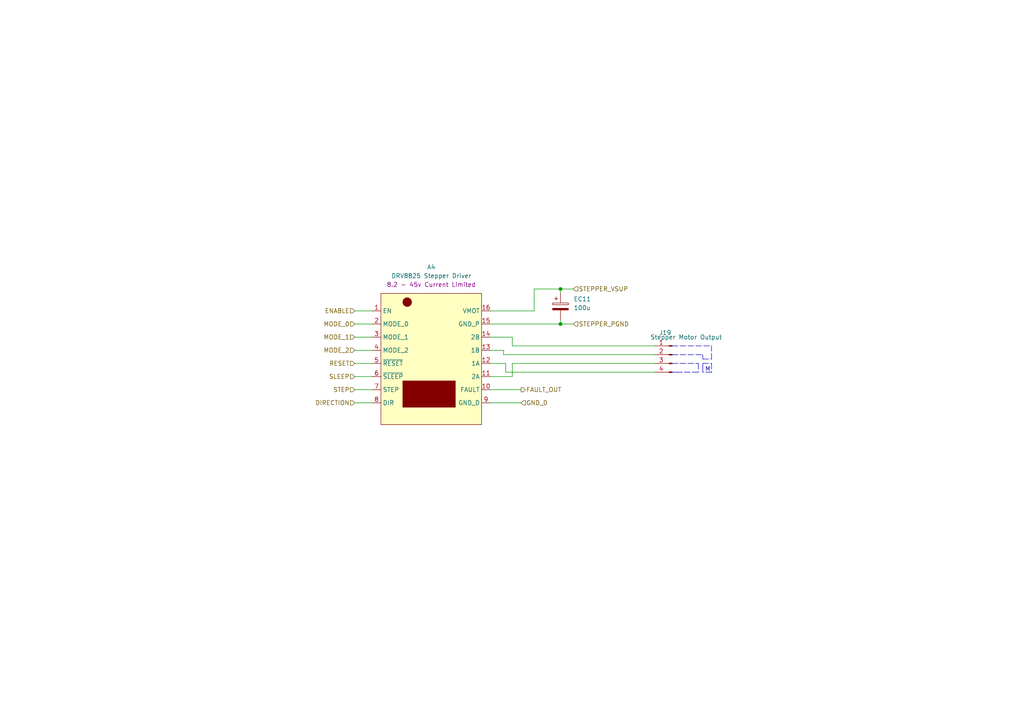
<source format=kicad_sch>
(kicad_sch (version 20211123) (generator eeschema)
  (paper "A4")
  (lib_symbols
    (symbol "000_Capacitor_Electrolytic_Immo:100u" (pin_numbers hide) (pin_names (offset 0.254))
      (property "Reference" "EC" (at 0.635 2.54 0))
      (property "Value" "100u" (at 0.635 -2.54 0))
      (symbol "100u_0_1"
        (rectangle (start -2.286 0.508) (end 2.286 1.016))
        (polyline (pts (xy -1.778 2.286) (xy -0.762 2.286)))
        (polyline (pts (xy -1.27 2.794) (xy -1.27 1.778)))
        (rectangle (start 2.286 -0.508) (end -2.286 -1.016) (fill (type outline)))
      )
      (symbol "100u_1_1"
        (pin passive line (at 0 3.81 270) (length 2.794) (name "~") (number "1"))
        (pin passive line (at 0 -3.81 90) (length 2.794) (name "~") (number "2"))
      )
    )
    (symbol "000_Connectors_Immo:4_pin_JST_XH_male" (pin_names (offset 1.016) hide)
      (property "Reference" "J" (at 0 5.08 0))
      (property "Value" "4_pin_JST_XH_male" (at 0 -7.62 0))
      (symbol "4_pin_JST_XH_male_1_1"
        (polyline (pts (xy 1.27 -5.08) (xy 0.8636 -5.08)) (stroke (width 0.1524)))
        (polyline (pts (xy 1.27 -2.54) (xy 0.8636 -2.54)) (stroke (width 0.1524)))
        (polyline (pts (xy 1.27 0) (xy 0.8636 0)) (stroke (width 0.1524)))
        (polyline (pts (xy 1.27 2.54) (xy 0.8636 2.54)) (stroke (width 0.1524)))
        (rectangle (start 0.8636 -4.953) (end 0 -5.207) (stroke (width 0.1524)) (fill (type outline)))
        (rectangle (start 0.8636 -2.413) (end 0 -2.667) (stroke (width 0.1524)) (fill (type outline)))
        (rectangle (start 0.8636 0.127) (end 0 -0.127) (stroke (width 0.1524)) (fill (type outline)))
        (rectangle (start 0.8636 2.667) (end 0 2.413) (stroke (width 0.1524)) (fill (type outline)))
        (pin passive line (at 5.08 2.54 180) (length 3.81) (name "Pin_1") (number "1"))
        (pin passive line (at 5.08 0 180) (length 3.81) (name "Pin_2") (number "2"))
        (pin passive line (at 5.08 -2.54 180) (length 3.81) (name "Pin_3") (number "3"))
        (pin passive line (at 5.08 -5.08 180) (length 3.81) (name "Pin_4") (number "4"))
      )
    )
    (symbol "000_Modules_Immo:DRV8825 High Current Stepper Motor Driver Module"
      (property "Reference" "A" (at -12.7 31.75 0))
      (property "Value" "DRV8825 High Current Stepper Motor Driver Module" (at -16.51 30.48 0))
      (property "Notes" "8.2 - 45v Current Limited" (at 0 -17.78 0))
      (symbol "DRV8825 High Current Stepper Motor Driver Module_0_1"
        (rectangle (start -15.24 17.78) (end 13.97 -20.32) (fill (type background)))
        (rectangle (start -8.89 -7.62) (end 6.35 -15.24) (fill (type outline)))
        (circle (center -7.62 15.24) (radius 1.27) (fill (type outline)))
      )
      (symbol "DRV8825 High Current Stepper Motor Driver Module_1_1"
        (pin passive line (at -17.78 12.7 0) (length 2.54) (name "EN") (number "1"))
        (pin output line (at 16.51 -10.16 180) (length 2.54) (name "FAULT") (number "10"))
        (pin output line (at 16.51 -6.35 180) (length 2.54) (name "2A") (number "11"))
        (pin output line (at 16.51 -2.54 180) (length 2.54) (name "1A") (number "12"))
        (pin output line (at 16.51 1.27 180) (length 2.54) (name "1B") (number "13"))
        (pin output line (at 16.51 5.08 180) (length 2.54) (name "2B") (number "14"))
        (pin power_in line (at 16.51 8.89 180) (length 2.54) (name "GND_P") (number "15"))
        (pin power_in line (at 16.51 12.7 180) (length 2.54) (name "VMOT") (number "16"))
        (pin passive line (at -17.78 8.89 0) (length 2.54) (name "MODE_0") (number "2"))
        (pin passive line (at -17.78 5.08 0) (length 2.54) (name "MODE_1") (number "3"))
        (pin passive line (at -17.78 1.27 0) (length 2.54) (name "MODE_2") (number "4"))
        (pin input line (at -17.78 -2.54 0) (length 2.54) (name "~{RESET}") (number "5"))
        (pin input line (at -17.78 -6.35 0) (length 2.54) (name "~{SLEEP}") (number "6"))
        (pin input line (at -17.78 -10.16 0) (length 2.54) (name "STEP") (number "7"))
        (pin input line (at -17.78 -13.97 0) (length 2.54) (name "DIR") (number "8"))
        (pin power_out line (at 16.51 -13.97 180) (length 2.54) (name "GND_D") (number "9"))
      )
    )
  )
  (junction (at 162.56 93.98))
  (junction (at 162.56 83.82))
  (wire (pts (xy 154.94 83.82) (xy 162.56 83.82)))
  (wire (pts (xy 142.24 93.98) (xy 162.56 93.98)))
  (wire (pts (xy 102.87 116.84) (xy 107.95 116.84)))
  (wire (pts (xy 162.56 83.82) (xy 162.56 85.09)))
  (wire (pts (xy 102.87 97.79) (xy 107.95 97.79)))
  (polyline (pts (xy 203.835 104.14) (xy 206.375 104.14)))
  (wire (pts (xy 102.87 105.41) (xy 107.95 105.41)))
  (wire (pts (xy 148.59 100.33) (xy 189.865 100.33)))
  (wire (pts (xy 102.87 109.22) (xy 107.95 109.22)))
  (polyline (pts (xy 203.835 106.68) (xy 203.835 105.41)))
  (polyline (pts (xy 196.215 107.95) (xy 202.565 107.95)))
  (wire (pts (xy 162.56 92.71) (xy 162.56 93.98)))
  (polyline (pts (xy 194.945 107.95) (xy 196.215 107.95)))
  (polyline (pts (xy 194.945 102.87) (xy 203.835 102.87)))
  (polyline (pts (xy 194.945 105.41) (xy 202.565 105.41)))
  (polyline (pts (xy 206.375 105.41) (xy 206.375 107.95)))
  (wire (pts (xy 102.87 101.6) (xy 107.95 101.6)))
  (wire (pts (xy 142.24 90.17) (xy 154.94 90.17)))
  (wire (pts (xy 142.24 101.6) (xy 146.05 101.6)))
  (wire (pts (xy 148.59 105.41) (xy 189.865 105.41)))
  (wire (pts (xy 146.05 101.6) (xy 146.05 102.87)))
  (wire (pts (xy 102.87 93.98) (xy 107.95 93.98)))
  (polyline (pts (xy 206.375 104.14) (xy 206.375 100.33)))
  (wire (pts (xy 142.24 97.79) (xy 148.59 97.79)))
  (wire (pts (xy 148.59 97.79) (xy 148.59 100.33)))
  (wire (pts (xy 146.685 107.95) (xy 189.865 107.95)))
  (wire (pts (xy 142.24 113.03) (xy 151.13 113.03)))
  (polyline (pts (xy 203.835 102.87) (xy 203.835 104.14)))
  (wire (pts (xy 142.24 116.84) (xy 151.13 116.84)))
  (polyline (pts (xy 194.945 100.33) (xy 206.375 100.33)))
  (wire (pts (xy 162.56 93.98) (xy 166.37 93.98)))
  (polyline (pts (xy 202.565 105.41) (xy 202.565 107.95)))
  (wire (pts (xy 162.56 83.82) (xy 166.37 83.82)))
  (wire (pts (xy 146.05 102.87) (xy 189.865 102.87)))
  (wire (pts (xy 102.87 90.17) (xy 107.95 90.17)))
  (polyline (pts (xy 206.375 107.95) (xy 203.835 107.95)))
  (wire (pts (xy 148.59 105.41) (xy 148.59 109.22)))
  (polyline (pts (xy 203.835 106.68) (xy 203.835 107.95)))
  (wire (pts (xy 102.87 113.03) (xy 107.95 113.03)))
  (wire (pts (xy 142.24 105.41) (xy 146.685 105.41)))
  (wire (pts (xy 146.685 105.41) (xy 146.685 107.95)))
  (wire (pts (xy 154.94 90.17) (xy 154.94 83.82)))
  (wire (pts (xy 148.59 109.22) (xy 142.24 109.22)))
  (polyline (pts (xy 203.835 105.41) (xy 206.375 105.41)))
  (text "M" (at 204.47 107.95 0) (effects (font (size 1.27 1.27)) (justify left bottom)))
  (hierarchical_label "ENABLE" (shape input) (at 102.87 90.17 180))
  (hierarchical_label "STEPPER_PGND" (shape input) (at 166.37 93.98 0))
  (hierarchical_label "SLEEP" (shape input) (at 102.87 109.22 180))
  (hierarchical_label "STEPPER_VSUP" (shape input) (at 166.37 83.82 0))
  (hierarchical_label "DIRECTION" (shape input) (at 102.87 116.84 180))
  (hierarchical_label "RESET" (shape input) (at 102.87 105.41 180))
  (hierarchical_label "MODE_0" (shape input) (at 102.87 93.98 180))
  (hierarchical_label "STEP" (shape input) (at 102.87 113.03 180))
  (hierarchical_label "MODE_2" (shape input) (at 102.87 101.6 180))
  (hierarchical_label "GND_D" (shape input) (at 151.13 116.84 0))
  (hierarchical_label "FAULT_OUT" (shape output) (at 151.13 113.03 0))
  (hierarchical_label "MODE_1" (shape input) (at 102.87 97.79 180))
  (symbol (lib_id "000_Modules_Immo:DRV8825 High Current Stepper Motor Driver Module") (at 125.73 102.87 0) (unit 1)
    (property "Reference" "A4" (at 125.095 77.47 0))
    (property "Value" "DRV8825 Stepper Driver" (at 125.095 80.01 0))
    (property "Footprint" "Module:DRV8825 Stepper Motor Module" (effects hide))
    (property "Datasheet" "https://protosupplies.com/product/drv8825-high-current-stepper-motor-driver/" (effects hide))
    (property "Notes" "8.2 - 45v Current Limited" (at 125.095 82.55 0))
  )
  (symbol (lib_id "000_Capacitor_Electrolytic_Immo:100u") (at 162.56 88.9 0) (unit 1)
    (property "Reference" "EC11" (at 166.37 86.7409 0) (effects (justify left)))
    (property "Value" "100u" (at 166.37 89.2809 0) (effects (justify left)))
    (property "Footprint" "Capacitor_SMD:CP_Elec_6.3x7.7" (effects hide))
  )
  (symbol (lib_id "000_Connectors_Immo:4_pin_JST_XH_male") (at 194.945 102.87 0) (mirror y) (unit 1)
    (property "Reference" "J19" (at 191.135 96.52 0) (effects (justify right)))
    (property "Value" "Stepper Motor Output" (at 188.595 97.79 0) (effects (justify right)))
    (property "Footprint" "Connector_JST:JST_XH_B4B-XH-A_1x04_P2.50mm_Vertical" (effects hide))
  )
)
</source>
